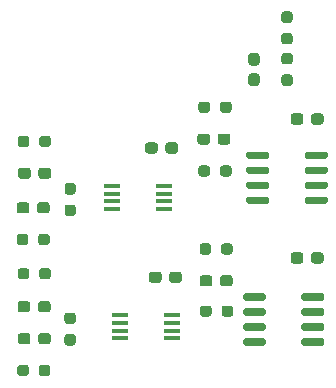
<source format=gbr>
%TF.GenerationSoftware,KiCad,Pcbnew,(5.1.12)-1*%
%TF.CreationDate,2021-12-10T12:11:04+01:00*%
%TF.ProjectId,standalone,7374616e-6461-46c6-9f6e-652e6b696361,rev?*%
%TF.SameCoordinates,Original*%
%TF.FileFunction,Paste,Top*%
%TF.FilePolarity,Positive*%
%FSLAX46Y46*%
G04 Gerber Fmt 4.6, Leading zero omitted, Abs format (unit mm)*
G04 Created by KiCad (PCBNEW (5.1.12)-1) date 2021-12-10 12:11:04*
%MOMM*%
%LPD*%
G01*
G04 APERTURE LIST*
%ADD10R,1.450000X0.450000*%
G04 APERTURE END LIST*
%TO.C,C11*%
G36*
G01*
X121025000Y-51937500D02*
X121025000Y-51462500D01*
G75*
G02*
X121262500Y-51225000I237500J0D01*
G01*
X121862500Y-51225000D01*
G75*
G02*
X122100000Y-51462500I0J-237500D01*
G01*
X122100000Y-51937500D01*
G75*
G02*
X121862500Y-52175000I-237500J0D01*
G01*
X121262500Y-52175000D01*
G75*
G02*
X121025000Y-51937500I0J237500D01*
G01*
G37*
G36*
G01*
X119300000Y-51937500D02*
X119300000Y-51462500D01*
G75*
G02*
X119537500Y-51225000I237500J0D01*
G01*
X120137500Y-51225000D01*
G75*
G02*
X120375000Y-51462500I0J-237500D01*
G01*
X120375000Y-51937500D01*
G75*
G02*
X120137500Y-52175000I-237500J0D01*
G01*
X119537500Y-52175000D01*
G75*
G02*
X119300000Y-51937500I0J237500D01*
G01*
G37*
%TD*%
%TO.C,C10*%
G36*
G01*
X120707800Y-40985700D02*
X120707800Y-40510700D01*
G75*
G02*
X120945300Y-40273200I237500J0D01*
G01*
X121545300Y-40273200D01*
G75*
G02*
X121782800Y-40510700I0J-237500D01*
G01*
X121782800Y-40985700D01*
G75*
G02*
X121545300Y-41223200I-237500J0D01*
G01*
X120945300Y-41223200D01*
G75*
G02*
X120707800Y-40985700I0J237500D01*
G01*
G37*
G36*
G01*
X118982800Y-40985700D02*
X118982800Y-40510700D01*
G75*
G02*
X119220300Y-40273200I237500J0D01*
G01*
X119820300Y-40273200D01*
G75*
G02*
X120057800Y-40510700I0J-237500D01*
G01*
X120057800Y-40985700D01*
G75*
G02*
X119820300Y-41223200I-237500J0D01*
G01*
X119220300Y-41223200D01*
G75*
G02*
X118982800Y-40985700I0J237500D01*
G01*
G37*
%TD*%
%TO.C,C9*%
G36*
G01*
X133025000Y-38537500D02*
X133025000Y-38062500D01*
G75*
G02*
X133262500Y-37825000I237500J0D01*
G01*
X133862500Y-37825000D01*
G75*
G02*
X134100000Y-38062500I0J-237500D01*
G01*
X134100000Y-38537500D01*
G75*
G02*
X133862500Y-38775000I-237500J0D01*
G01*
X133262500Y-38775000D01*
G75*
G02*
X133025000Y-38537500I0J237500D01*
G01*
G37*
G36*
G01*
X131300000Y-38537500D02*
X131300000Y-38062500D01*
G75*
G02*
X131537500Y-37825000I237500J0D01*
G01*
X132137500Y-37825000D01*
G75*
G02*
X132375000Y-38062500I0J-237500D01*
G01*
X132375000Y-38537500D01*
G75*
G02*
X132137500Y-38775000I-237500J0D01*
G01*
X131537500Y-38775000D01*
G75*
G02*
X131300000Y-38537500I0J237500D01*
G01*
G37*
%TD*%
%TO.C,C8*%
G36*
G01*
X133020400Y-50300300D02*
X133020400Y-49825300D01*
G75*
G02*
X133257900Y-49587800I237500J0D01*
G01*
X133857900Y-49587800D01*
G75*
G02*
X134095400Y-49825300I0J-237500D01*
G01*
X134095400Y-50300300D01*
G75*
G02*
X133857900Y-50537800I-237500J0D01*
G01*
X133257900Y-50537800D01*
G75*
G02*
X133020400Y-50300300I0J237500D01*
G01*
G37*
G36*
G01*
X131295400Y-50300300D02*
X131295400Y-49825300D01*
G75*
G02*
X131532900Y-49587800I237500J0D01*
G01*
X132132900Y-49587800D01*
G75*
G02*
X132370400Y-49825300I0J-237500D01*
G01*
X132370400Y-50300300D01*
G75*
G02*
X132132900Y-50537800I-237500J0D01*
G01*
X131532900Y-50537800D01*
G75*
G02*
X131295400Y-50300300I0J237500D01*
G01*
G37*
%TD*%
%TO.C,U4*%
G36*
G01*
X132214200Y-53514800D02*
X132214200Y-53214800D01*
G75*
G02*
X132364200Y-53064800I150000J0D01*
G01*
X134014200Y-53064800D01*
G75*
G02*
X134164200Y-53214800I0J-150000D01*
G01*
X134164200Y-53514800D01*
G75*
G02*
X134014200Y-53664800I-150000J0D01*
G01*
X132364200Y-53664800D01*
G75*
G02*
X132214200Y-53514800I0J150000D01*
G01*
G37*
G36*
G01*
X132214200Y-54784800D02*
X132214200Y-54484800D01*
G75*
G02*
X132364200Y-54334800I150000J0D01*
G01*
X134014200Y-54334800D01*
G75*
G02*
X134164200Y-54484800I0J-150000D01*
G01*
X134164200Y-54784800D01*
G75*
G02*
X134014200Y-54934800I-150000J0D01*
G01*
X132364200Y-54934800D01*
G75*
G02*
X132214200Y-54784800I0J150000D01*
G01*
G37*
G36*
G01*
X132214200Y-56054800D02*
X132214200Y-55754800D01*
G75*
G02*
X132364200Y-55604800I150000J0D01*
G01*
X134014200Y-55604800D01*
G75*
G02*
X134164200Y-55754800I0J-150000D01*
G01*
X134164200Y-56054800D01*
G75*
G02*
X134014200Y-56204800I-150000J0D01*
G01*
X132364200Y-56204800D01*
G75*
G02*
X132214200Y-56054800I0J150000D01*
G01*
G37*
G36*
G01*
X132214200Y-57324800D02*
X132214200Y-57024800D01*
G75*
G02*
X132364200Y-56874800I150000J0D01*
G01*
X134014200Y-56874800D01*
G75*
G02*
X134164200Y-57024800I0J-150000D01*
G01*
X134164200Y-57324800D01*
G75*
G02*
X134014200Y-57474800I-150000J0D01*
G01*
X132364200Y-57474800D01*
G75*
G02*
X132214200Y-57324800I0J150000D01*
G01*
G37*
G36*
G01*
X127264200Y-57324800D02*
X127264200Y-57024800D01*
G75*
G02*
X127414200Y-56874800I150000J0D01*
G01*
X129064200Y-56874800D01*
G75*
G02*
X129214200Y-57024800I0J-150000D01*
G01*
X129214200Y-57324800D01*
G75*
G02*
X129064200Y-57474800I-150000J0D01*
G01*
X127414200Y-57474800D01*
G75*
G02*
X127264200Y-57324800I0J150000D01*
G01*
G37*
G36*
G01*
X127264200Y-56054800D02*
X127264200Y-55754800D01*
G75*
G02*
X127414200Y-55604800I150000J0D01*
G01*
X129064200Y-55604800D01*
G75*
G02*
X129214200Y-55754800I0J-150000D01*
G01*
X129214200Y-56054800D01*
G75*
G02*
X129064200Y-56204800I-150000J0D01*
G01*
X127414200Y-56204800D01*
G75*
G02*
X127264200Y-56054800I0J150000D01*
G01*
G37*
G36*
G01*
X127264200Y-54784800D02*
X127264200Y-54484800D01*
G75*
G02*
X127414200Y-54334800I150000J0D01*
G01*
X129064200Y-54334800D01*
G75*
G02*
X129214200Y-54484800I0J-150000D01*
G01*
X129214200Y-54784800D01*
G75*
G02*
X129064200Y-54934800I-150000J0D01*
G01*
X127414200Y-54934800D01*
G75*
G02*
X127264200Y-54784800I0J150000D01*
G01*
G37*
G36*
G01*
X127264200Y-53514800D02*
X127264200Y-53214800D01*
G75*
G02*
X127414200Y-53064800I150000J0D01*
G01*
X129064200Y-53064800D01*
G75*
G02*
X129214200Y-53214800I0J-150000D01*
G01*
X129214200Y-53514800D01*
G75*
G02*
X129064200Y-53664800I-150000J0D01*
G01*
X127414200Y-53664800D01*
G75*
G02*
X127264200Y-53514800I0J150000D01*
G01*
G37*
%TD*%
%TO.C,U3*%
G36*
G01*
X132493600Y-41526000D02*
X132493600Y-41226000D01*
G75*
G02*
X132643600Y-41076000I150000J0D01*
G01*
X134293600Y-41076000D01*
G75*
G02*
X134443600Y-41226000I0J-150000D01*
G01*
X134443600Y-41526000D01*
G75*
G02*
X134293600Y-41676000I-150000J0D01*
G01*
X132643600Y-41676000D01*
G75*
G02*
X132493600Y-41526000I0J150000D01*
G01*
G37*
G36*
G01*
X132493600Y-42796000D02*
X132493600Y-42496000D01*
G75*
G02*
X132643600Y-42346000I150000J0D01*
G01*
X134293600Y-42346000D01*
G75*
G02*
X134443600Y-42496000I0J-150000D01*
G01*
X134443600Y-42796000D01*
G75*
G02*
X134293600Y-42946000I-150000J0D01*
G01*
X132643600Y-42946000D01*
G75*
G02*
X132493600Y-42796000I0J150000D01*
G01*
G37*
G36*
G01*
X132493600Y-44066000D02*
X132493600Y-43766000D01*
G75*
G02*
X132643600Y-43616000I150000J0D01*
G01*
X134293600Y-43616000D01*
G75*
G02*
X134443600Y-43766000I0J-150000D01*
G01*
X134443600Y-44066000D01*
G75*
G02*
X134293600Y-44216000I-150000J0D01*
G01*
X132643600Y-44216000D01*
G75*
G02*
X132493600Y-44066000I0J150000D01*
G01*
G37*
G36*
G01*
X132493600Y-45336000D02*
X132493600Y-45036000D01*
G75*
G02*
X132643600Y-44886000I150000J0D01*
G01*
X134293600Y-44886000D01*
G75*
G02*
X134443600Y-45036000I0J-150000D01*
G01*
X134443600Y-45336000D01*
G75*
G02*
X134293600Y-45486000I-150000J0D01*
G01*
X132643600Y-45486000D01*
G75*
G02*
X132493600Y-45336000I0J150000D01*
G01*
G37*
G36*
G01*
X127543600Y-45336000D02*
X127543600Y-45036000D01*
G75*
G02*
X127693600Y-44886000I150000J0D01*
G01*
X129343600Y-44886000D01*
G75*
G02*
X129493600Y-45036000I0J-150000D01*
G01*
X129493600Y-45336000D01*
G75*
G02*
X129343600Y-45486000I-150000J0D01*
G01*
X127693600Y-45486000D01*
G75*
G02*
X127543600Y-45336000I0J150000D01*
G01*
G37*
G36*
G01*
X127543600Y-44066000D02*
X127543600Y-43766000D01*
G75*
G02*
X127693600Y-43616000I150000J0D01*
G01*
X129343600Y-43616000D01*
G75*
G02*
X129493600Y-43766000I0J-150000D01*
G01*
X129493600Y-44066000D01*
G75*
G02*
X129343600Y-44216000I-150000J0D01*
G01*
X127693600Y-44216000D01*
G75*
G02*
X127543600Y-44066000I0J150000D01*
G01*
G37*
G36*
G01*
X127543600Y-42796000D02*
X127543600Y-42496000D01*
G75*
G02*
X127693600Y-42346000I150000J0D01*
G01*
X129343600Y-42346000D01*
G75*
G02*
X129493600Y-42496000I0J-150000D01*
G01*
X129493600Y-42796000D01*
G75*
G02*
X129343600Y-42946000I-150000J0D01*
G01*
X127693600Y-42946000D01*
G75*
G02*
X127543600Y-42796000I0J150000D01*
G01*
G37*
G36*
G01*
X127543600Y-41526000D02*
X127543600Y-41226000D01*
G75*
G02*
X127693600Y-41076000I150000J0D01*
G01*
X129343600Y-41076000D01*
G75*
G02*
X129493600Y-41226000I0J-150000D01*
G01*
X129493600Y-41526000D01*
G75*
G02*
X129343600Y-41676000I-150000J0D01*
G01*
X127693600Y-41676000D01*
G75*
G02*
X127543600Y-41526000I0J150000D01*
G01*
G37*
%TD*%
D10*
%TO.C,U2*%
X121230200Y-54929800D03*
X121230200Y-55579800D03*
X121230200Y-56229800D03*
X121230200Y-56879800D03*
X116830200Y-56879800D03*
X116830200Y-56229800D03*
X116830200Y-55579800D03*
X116830200Y-54929800D03*
%TD*%
%TO.C,U1*%
X120576200Y-43964200D03*
X120576200Y-44614200D03*
X120576200Y-45264200D03*
X120576200Y-45914200D03*
X116176200Y-45914200D03*
X116176200Y-45264200D03*
X116176200Y-44614200D03*
X116176200Y-43964200D03*
%TD*%
%TO.C,R12*%
G36*
G01*
X131237500Y-33675000D02*
X130762500Y-33675000D01*
G75*
G02*
X130525000Y-33437500I0J237500D01*
G01*
X130525000Y-32937500D01*
G75*
G02*
X130762500Y-32700000I237500J0D01*
G01*
X131237500Y-32700000D01*
G75*
G02*
X131475000Y-32937500I0J-237500D01*
G01*
X131475000Y-33437500D01*
G75*
G02*
X131237500Y-33675000I-237500J0D01*
G01*
G37*
G36*
G01*
X131237500Y-35500000D02*
X130762500Y-35500000D01*
G75*
G02*
X130525000Y-35262500I0J237500D01*
G01*
X130525000Y-34762500D01*
G75*
G02*
X130762500Y-34525000I237500J0D01*
G01*
X131237500Y-34525000D01*
G75*
G02*
X131475000Y-34762500I0J-237500D01*
G01*
X131475000Y-35262500D01*
G75*
G02*
X131237500Y-35500000I-237500J0D01*
G01*
G37*
%TD*%
%TO.C,R11*%
G36*
G01*
X131227300Y-30161600D02*
X130752300Y-30161600D01*
G75*
G02*
X130514800Y-29924100I0J237500D01*
G01*
X130514800Y-29424100D01*
G75*
G02*
X130752300Y-29186600I237500J0D01*
G01*
X131227300Y-29186600D01*
G75*
G02*
X131464800Y-29424100I0J-237500D01*
G01*
X131464800Y-29924100D01*
G75*
G02*
X131227300Y-30161600I-237500J0D01*
G01*
G37*
G36*
G01*
X131227300Y-31986600D02*
X130752300Y-31986600D01*
G75*
G02*
X130514800Y-31749100I0J237500D01*
G01*
X130514800Y-31249100D01*
G75*
G02*
X130752300Y-31011600I237500J0D01*
G01*
X131227300Y-31011600D01*
G75*
G02*
X131464800Y-31249100I0J-237500D01*
G01*
X131464800Y-31749100D01*
G75*
G02*
X131227300Y-31986600I-237500J0D01*
G01*
G37*
%TD*%
%TO.C,R10*%
G36*
G01*
X124575000Y-49062500D02*
X124575000Y-49537500D01*
G75*
G02*
X124337500Y-49775000I-237500J0D01*
G01*
X123837500Y-49775000D01*
G75*
G02*
X123600000Y-49537500I0J237500D01*
G01*
X123600000Y-49062500D01*
G75*
G02*
X123837500Y-48825000I237500J0D01*
G01*
X124337500Y-48825000D01*
G75*
G02*
X124575000Y-49062500I0J-237500D01*
G01*
G37*
G36*
G01*
X126400000Y-49062500D02*
X126400000Y-49537500D01*
G75*
G02*
X126162500Y-49775000I-237500J0D01*
G01*
X125662500Y-49775000D01*
G75*
G02*
X125425000Y-49537500I0J237500D01*
G01*
X125425000Y-49062500D01*
G75*
G02*
X125662500Y-48825000I237500J0D01*
G01*
X126162500Y-48825000D01*
G75*
G02*
X126400000Y-49062500I0J-237500D01*
G01*
G37*
%TD*%
%TO.C,R9*%
G36*
G01*
X124475000Y-37062500D02*
X124475000Y-37537500D01*
G75*
G02*
X124237500Y-37775000I-237500J0D01*
G01*
X123737500Y-37775000D01*
G75*
G02*
X123500000Y-37537500I0J237500D01*
G01*
X123500000Y-37062500D01*
G75*
G02*
X123737500Y-36825000I237500J0D01*
G01*
X124237500Y-36825000D01*
G75*
G02*
X124475000Y-37062500I0J-237500D01*
G01*
G37*
G36*
G01*
X126300000Y-37062500D02*
X126300000Y-37537500D01*
G75*
G02*
X126062500Y-37775000I-237500J0D01*
G01*
X125562500Y-37775000D01*
G75*
G02*
X125325000Y-37537500I0J237500D01*
G01*
X125325000Y-37062500D01*
G75*
G02*
X125562500Y-36825000I237500J0D01*
G01*
X126062500Y-36825000D01*
G75*
G02*
X126300000Y-37062500I0J-237500D01*
G01*
G37*
%TD*%
%TO.C,R8*%
G36*
G01*
X124617000Y-54325700D02*
X124617000Y-54800700D01*
G75*
G02*
X124379500Y-55038200I-237500J0D01*
G01*
X123879500Y-55038200D01*
G75*
G02*
X123642000Y-54800700I0J237500D01*
G01*
X123642000Y-54325700D01*
G75*
G02*
X123879500Y-54088200I237500J0D01*
G01*
X124379500Y-54088200D01*
G75*
G02*
X124617000Y-54325700I0J-237500D01*
G01*
G37*
G36*
G01*
X126442000Y-54325700D02*
X126442000Y-54800700D01*
G75*
G02*
X126204500Y-55038200I-237500J0D01*
G01*
X125704500Y-55038200D01*
G75*
G02*
X125467000Y-54800700I0J237500D01*
G01*
X125467000Y-54325700D01*
G75*
G02*
X125704500Y-54088200I237500J0D01*
G01*
X126204500Y-54088200D01*
G75*
G02*
X126442000Y-54325700I0J-237500D01*
G01*
G37*
%TD*%
%TO.C,R7*%
G36*
G01*
X124475000Y-42462500D02*
X124475000Y-42937500D01*
G75*
G02*
X124237500Y-43175000I-237500J0D01*
G01*
X123737500Y-43175000D01*
G75*
G02*
X123500000Y-42937500I0J237500D01*
G01*
X123500000Y-42462500D01*
G75*
G02*
X123737500Y-42225000I237500J0D01*
G01*
X124237500Y-42225000D01*
G75*
G02*
X124475000Y-42462500I0J-237500D01*
G01*
G37*
G36*
G01*
X126300000Y-42462500D02*
X126300000Y-42937500D01*
G75*
G02*
X126062500Y-43175000I-237500J0D01*
G01*
X125562500Y-43175000D01*
G75*
G02*
X125325000Y-42937500I0J237500D01*
G01*
X125325000Y-42462500D01*
G75*
G02*
X125562500Y-42225000I237500J0D01*
G01*
X126062500Y-42225000D01*
G75*
G02*
X126300000Y-42462500I0J-237500D01*
G01*
G37*
%TD*%
%TO.C,R6*%
G36*
G01*
X112391900Y-56507600D02*
X112866900Y-56507600D01*
G75*
G02*
X113104400Y-56745100I0J-237500D01*
G01*
X113104400Y-57245100D01*
G75*
G02*
X112866900Y-57482600I-237500J0D01*
G01*
X112391900Y-57482600D01*
G75*
G02*
X112154400Y-57245100I0J237500D01*
G01*
X112154400Y-56745100D01*
G75*
G02*
X112391900Y-56507600I237500J0D01*
G01*
G37*
G36*
G01*
X112391900Y-54682600D02*
X112866900Y-54682600D01*
G75*
G02*
X113104400Y-54920100I0J-237500D01*
G01*
X113104400Y-55420100D01*
G75*
G02*
X112866900Y-55657600I-237500J0D01*
G01*
X112391900Y-55657600D01*
G75*
G02*
X112154400Y-55420100I0J237500D01*
G01*
X112154400Y-54920100D01*
G75*
G02*
X112391900Y-54682600I237500J0D01*
G01*
G37*
%TD*%
%TO.C,R5*%
G36*
G01*
X112398300Y-45542000D02*
X112873300Y-45542000D01*
G75*
G02*
X113110800Y-45779500I0J-237500D01*
G01*
X113110800Y-46279500D01*
G75*
G02*
X112873300Y-46517000I-237500J0D01*
G01*
X112398300Y-46517000D01*
G75*
G02*
X112160800Y-46279500I0J237500D01*
G01*
X112160800Y-45779500D01*
G75*
G02*
X112398300Y-45542000I237500J0D01*
G01*
G37*
G36*
G01*
X112398300Y-43717000D02*
X112873300Y-43717000D01*
G75*
G02*
X113110800Y-43954500I0J-237500D01*
G01*
X113110800Y-44454500D01*
G75*
G02*
X112873300Y-44692000I-237500J0D01*
G01*
X112398300Y-44692000D01*
G75*
G02*
X112160800Y-44454500I0J237500D01*
G01*
X112160800Y-43954500D01*
G75*
G02*
X112398300Y-43717000I237500J0D01*
G01*
G37*
%TD*%
%TO.C,R4*%
G36*
G01*
X109138800Y-59350900D02*
X109138800Y-59825900D01*
G75*
G02*
X108901300Y-60063400I-237500J0D01*
G01*
X108401300Y-60063400D01*
G75*
G02*
X108163800Y-59825900I0J237500D01*
G01*
X108163800Y-59350900D01*
G75*
G02*
X108401300Y-59113400I237500J0D01*
G01*
X108901300Y-59113400D01*
G75*
G02*
X109138800Y-59350900I0J-237500D01*
G01*
G37*
G36*
G01*
X110963800Y-59350900D02*
X110963800Y-59825900D01*
G75*
G02*
X110726300Y-60063400I-237500J0D01*
G01*
X110226300Y-60063400D01*
G75*
G02*
X109988800Y-59825900I0J237500D01*
G01*
X109988800Y-59350900D01*
G75*
G02*
X110226300Y-59113400I237500J0D01*
G01*
X110726300Y-59113400D01*
G75*
G02*
X110963800Y-59350900I0J-237500D01*
G01*
G37*
%TD*%
%TO.C,R3*%
G36*
G01*
X109075000Y-48262500D02*
X109075000Y-48737500D01*
G75*
G02*
X108837500Y-48975000I-237500J0D01*
G01*
X108337500Y-48975000D01*
G75*
G02*
X108100000Y-48737500I0J237500D01*
G01*
X108100000Y-48262500D01*
G75*
G02*
X108337500Y-48025000I237500J0D01*
G01*
X108837500Y-48025000D01*
G75*
G02*
X109075000Y-48262500I0J-237500D01*
G01*
G37*
G36*
G01*
X110900000Y-48262500D02*
X110900000Y-48737500D01*
G75*
G02*
X110662500Y-48975000I-237500J0D01*
G01*
X110162500Y-48975000D01*
G75*
G02*
X109925000Y-48737500I0J237500D01*
G01*
X109925000Y-48262500D01*
G75*
G02*
X110162500Y-48025000I237500J0D01*
G01*
X110662500Y-48025000D01*
G75*
G02*
X110900000Y-48262500I0J-237500D01*
G01*
G37*
%TD*%
%TO.C,R2*%
G36*
G01*
X109175000Y-51162500D02*
X109175000Y-51637500D01*
G75*
G02*
X108937500Y-51875000I-237500J0D01*
G01*
X108437500Y-51875000D01*
G75*
G02*
X108200000Y-51637500I0J237500D01*
G01*
X108200000Y-51162500D01*
G75*
G02*
X108437500Y-50925000I237500J0D01*
G01*
X108937500Y-50925000D01*
G75*
G02*
X109175000Y-51162500I0J-237500D01*
G01*
G37*
G36*
G01*
X111000000Y-51162500D02*
X111000000Y-51637500D01*
G75*
G02*
X110762500Y-51875000I-237500J0D01*
G01*
X110262500Y-51875000D01*
G75*
G02*
X110025000Y-51637500I0J237500D01*
G01*
X110025000Y-51162500D01*
G75*
G02*
X110262500Y-50925000I237500J0D01*
G01*
X110762500Y-50925000D01*
G75*
G02*
X111000000Y-51162500I0J-237500D01*
G01*
G37*
%TD*%
%TO.C,R1*%
G36*
G01*
X109175000Y-39962500D02*
X109175000Y-40437500D01*
G75*
G02*
X108937500Y-40675000I-237500J0D01*
G01*
X108437500Y-40675000D01*
G75*
G02*
X108200000Y-40437500I0J237500D01*
G01*
X108200000Y-39962500D01*
G75*
G02*
X108437500Y-39725000I237500J0D01*
G01*
X108937500Y-39725000D01*
G75*
G02*
X109175000Y-39962500I0J-237500D01*
G01*
G37*
G36*
G01*
X111000000Y-39962500D02*
X111000000Y-40437500D01*
G75*
G02*
X110762500Y-40675000I-237500J0D01*
G01*
X110262500Y-40675000D01*
G75*
G02*
X110025000Y-40437500I0J237500D01*
G01*
X110025000Y-39962500D01*
G75*
G02*
X110262500Y-39725000I237500J0D01*
G01*
X110762500Y-39725000D01*
G75*
G02*
X111000000Y-39962500I0J-237500D01*
G01*
G37*
%TD*%
%TO.C,C7*%
G36*
G01*
X128437500Y-33775000D02*
X127962500Y-33775000D01*
G75*
G02*
X127725000Y-33537500I0J237500D01*
G01*
X127725000Y-32937500D01*
G75*
G02*
X127962500Y-32700000I237500J0D01*
G01*
X128437500Y-32700000D01*
G75*
G02*
X128675000Y-32937500I0J-237500D01*
G01*
X128675000Y-33537500D01*
G75*
G02*
X128437500Y-33775000I-237500J0D01*
G01*
G37*
G36*
G01*
X128437500Y-35500000D02*
X127962500Y-35500000D01*
G75*
G02*
X127725000Y-35262500I0J237500D01*
G01*
X127725000Y-34662500D01*
G75*
G02*
X127962500Y-34425000I237500J0D01*
G01*
X128437500Y-34425000D01*
G75*
G02*
X128675000Y-34662500I0J-237500D01*
G01*
X128675000Y-35262500D01*
G75*
G02*
X128437500Y-35500000I-237500J0D01*
G01*
G37*
%TD*%
%TO.C,C6*%
G36*
G01*
X124675000Y-51762500D02*
X124675000Y-52237500D01*
G75*
G02*
X124437500Y-52475000I-237500J0D01*
G01*
X123837500Y-52475000D01*
G75*
G02*
X123600000Y-52237500I0J237500D01*
G01*
X123600000Y-51762500D01*
G75*
G02*
X123837500Y-51525000I237500J0D01*
G01*
X124437500Y-51525000D01*
G75*
G02*
X124675000Y-51762500I0J-237500D01*
G01*
G37*
G36*
G01*
X126400000Y-51762500D02*
X126400000Y-52237500D01*
G75*
G02*
X126162500Y-52475000I-237500J0D01*
G01*
X125562500Y-52475000D01*
G75*
G02*
X125325000Y-52237500I0J237500D01*
G01*
X125325000Y-51762500D01*
G75*
G02*
X125562500Y-51525000I237500J0D01*
G01*
X126162500Y-51525000D01*
G75*
G02*
X126400000Y-51762500I0J-237500D01*
G01*
G37*
%TD*%
%TO.C,C5*%
G36*
G01*
X124475000Y-39762500D02*
X124475000Y-40237500D01*
G75*
G02*
X124237500Y-40475000I-237500J0D01*
G01*
X123637500Y-40475000D01*
G75*
G02*
X123400000Y-40237500I0J237500D01*
G01*
X123400000Y-39762500D01*
G75*
G02*
X123637500Y-39525000I237500J0D01*
G01*
X124237500Y-39525000D01*
G75*
G02*
X124475000Y-39762500I0J-237500D01*
G01*
G37*
G36*
G01*
X126200000Y-39762500D02*
X126200000Y-40237500D01*
G75*
G02*
X125962500Y-40475000I-237500J0D01*
G01*
X125362500Y-40475000D01*
G75*
G02*
X125125000Y-40237500I0J237500D01*
G01*
X125125000Y-39762500D01*
G75*
G02*
X125362500Y-39525000I237500J0D01*
G01*
X125962500Y-39525000D01*
G75*
G02*
X126200000Y-39762500I0J-237500D01*
G01*
G37*
%TD*%
%TO.C,C4*%
G36*
G01*
X109275000Y-56662500D02*
X109275000Y-57137500D01*
G75*
G02*
X109037500Y-57375000I-237500J0D01*
G01*
X108437500Y-57375000D01*
G75*
G02*
X108200000Y-57137500I0J237500D01*
G01*
X108200000Y-56662500D01*
G75*
G02*
X108437500Y-56425000I237500J0D01*
G01*
X109037500Y-56425000D01*
G75*
G02*
X109275000Y-56662500I0J-237500D01*
G01*
G37*
G36*
G01*
X111000000Y-56662500D02*
X111000000Y-57137500D01*
G75*
G02*
X110762500Y-57375000I-237500J0D01*
G01*
X110162500Y-57375000D01*
G75*
G02*
X109925000Y-57137500I0J237500D01*
G01*
X109925000Y-56662500D01*
G75*
G02*
X110162500Y-56425000I237500J0D01*
G01*
X110762500Y-56425000D01*
G75*
G02*
X111000000Y-56662500I0J-237500D01*
G01*
G37*
%TD*%
%TO.C,C3*%
G36*
G01*
X109260600Y-53954900D02*
X109260600Y-54429900D01*
G75*
G02*
X109023100Y-54667400I-237500J0D01*
G01*
X108423100Y-54667400D01*
G75*
G02*
X108185600Y-54429900I0J237500D01*
G01*
X108185600Y-53954900D01*
G75*
G02*
X108423100Y-53717400I237500J0D01*
G01*
X109023100Y-53717400D01*
G75*
G02*
X109260600Y-53954900I0J-237500D01*
G01*
G37*
G36*
G01*
X110985600Y-53954900D02*
X110985600Y-54429900D01*
G75*
G02*
X110748100Y-54667400I-237500J0D01*
G01*
X110148100Y-54667400D01*
G75*
G02*
X109910600Y-54429900I0J237500D01*
G01*
X109910600Y-53954900D01*
G75*
G02*
X110148100Y-53717400I237500J0D01*
G01*
X110748100Y-53717400D01*
G75*
G02*
X110985600Y-53954900I0J-237500D01*
G01*
G37*
%TD*%
%TO.C,C2*%
G36*
G01*
X109179400Y-45575100D02*
X109179400Y-46050100D01*
G75*
G02*
X108941900Y-46287600I-237500J0D01*
G01*
X108341900Y-46287600D01*
G75*
G02*
X108104400Y-46050100I0J237500D01*
G01*
X108104400Y-45575100D01*
G75*
G02*
X108341900Y-45337600I237500J0D01*
G01*
X108941900Y-45337600D01*
G75*
G02*
X109179400Y-45575100I0J-237500D01*
G01*
G37*
G36*
G01*
X110904400Y-45575100D02*
X110904400Y-46050100D01*
G75*
G02*
X110666900Y-46287600I-237500J0D01*
G01*
X110066900Y-46287600D01*
G75*
G02*
X109829400Y-46050100I0J237500D01*
G01*
X109829400Y-45575100D01*
G75*
G02*
X110066900Y-45337600I237500J0D01*
G01*
X110666900Y-45337600D01*
G75*
G02*
X110904400Y-45575100I0J-237500D01*
G01*
G37*
%TD*%
%TO.C,C1*%
G36*
G01*
X109303200Y-42649100D02*
X109303200Y-43124100D01*
G75*
G02*
X109065700Y-43361600I-237500J0D01*
G01*
X108465700Y-43361600D01*
G75*
G02*
X108228200Y-43124100I0J237500D01*
G01*
X108228200Y-42649100D01*
G75*
G02*
X108465700Y-42411600I237500J0D01*
G01*
X109065700Y-42411600D01*
G75*
G02*
X109303200Y-42649100I0J-237500D01*
G01*
G37*
G36*
G01*
X111028200Y-42649100D02*
X111028200Y-43124100D01*
G75*
G02*
X110790700Y-43361600I-237500J0D01*
G01*
X110190700Y-43361600D01*
G75*
G02*
X109953200Y-43124100I0J237500D01*
G01*
X109953200Y-42649100D01*
G75*
G02*
X110190700Y-42411600I237500J0D01*
G01*
X110790700Y-42411600D01*
G75*
G02*
X111028200Y-42649100I0J-237500D01*
G01*
G37*
%TD*%
M02*

</source>
